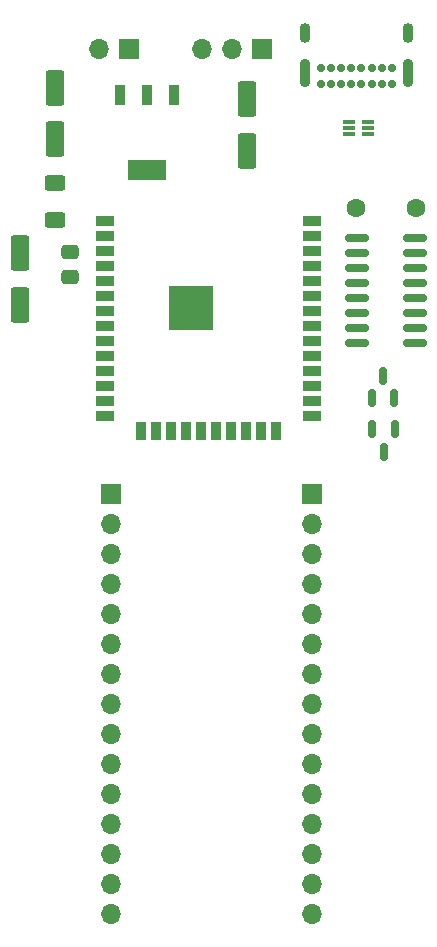
<source format=gts>
G04 #@! TF.GenerationSoftware,KiCad,Pcbnew,9.0.0-rc1-eb83b2429a~181~ubuntu24.04.1*
G04 #@! TF.CreationDate,2025-01-01T20:17:08+01:00*
G04 #@! TF.ProjectId,Spinne_Werkstatt,5370696e-6e65-45f5-9765-726b73746174,rev?*
G04 #@! TF.SameCoordinates,Original*
G04 #@! TF.FileFunction,Soldermask,Top*
G04 #@! TF.FilePolarity,Negative*
%FSLAX46Y46*%
G04 Gerber Fmt 4.6, Leading zero omitted, Abs format (unit mm)*
G04 Created by KiCad (PCBNEW 9.0.0-rc1-eb83b2429a~181~ubuntu24.04.1) date 2025-01-01 20:17:08*
%MOMM*%
%LPD*%
G01*
G04 APERTURE LIST*
G04 Aperture macros list*
%AMRoundRect*
0 Rectangle with rounded corners*
0 $1 Rounding radius*
0 $2 $3 $4 $5 $6 $7 $8 $9 X,Y pos of 4 corners*
0 Add a 4 corners polygon primitive as box body*
4,1,4,$2,$3,$4,$5,$6,$7,$8,$9,$2,$3,0*
0 Add four circle primitives for the rounded corners*
1,1,$1+$1,$2,$3*
1,1,$1+$1,$4,$5*
1,1,$1+$1,$6,$7*
1,1,$1+$1,$8,$9*
0 Add four rect primitives between the rounded corners*
20,1,$1+$1,$2,$3,$4,$5,0*
20,1,$1+$1,$4,$5,$6,$7,0*
20,1,$1+$1,$6,$7,$8,$9,0*
20,1,$1+$1,$8,$9,$2,$3,0*%
G04 Aperture macros list end*
%ADD10RoundRect,0.250000X0.550000X-1.250000X0.550000X1.250000X-0.550000X1.250000X-0.550000X-1.250000X0*%
%ADD11RoundRect,0.250000X-0.475000X0.337500X-0.475000X-0.337500X0.475000X-0.337500X0.475000X0.337500X0*%
%ADD12C,0.700000*%
%ADD13O,0.900000X2.400000*%
%ADD14O,0.900000X1.700000*%
%ADD15R,1.500000X0.900000*%
%ADD16R,0.900000X1.500000*%
%ADD17C,0.600000*%
%ADD18R,3.800000X3.800000*%
%ADD19R,0.990000X0.300000*%
%ADD20RoundRect,0.150000X-0.825000X-0.150000X0.825000X-0.150000X0.825000X0.150000X-0.825000X0.150000X0*%
%ADD21RoundRect,0.150000X-0.150000X0.587500X-0.150000X-0.587500X0.150000X-0.587500X0.150000X0.587500X0*%
%ADD22RoundRect,0.150000X0.150000X-0.587500X0.150000X0.587500X-0.150000X0.587500X-0.150000X-0.587500X0*%
%ADD23RoundRect,0.250000X-0.550000X1.250000X-0.550000X-1.250000X0.550000X-1.250000X0.550000X1.250000X0*%
%ADD24R,1.700000X1.700000*%
%ADD25O,1.700000X1.700000*%
%ADD26R,0.950000X1.750000*%
%ADD27R,3.200000X1.750000*%
%ADD28C,1.600000*%
%ADD29RoundRect,0.250000X-0.625000X0.400000X-0.625000X-0.400000X0.625000X-0.400000X0.625000X0.400000X0*%
G04 APERTURE END LIST*
D10*
X126250000Y-47450000D03*
X126250000Y-43050000D03*
D11*
X127500000Y-57000000D03*
X127500000Y-59075000D03*
D12*
X154725000Y-42775000D03*
X153875000Y-42775000D03*
X153025000Y-42775000D03*
X152175000Y-42775000D03*
X151325000Y-42775000D03*
X150475000Y-42775000D03*
X149625000Y-42775000D03*
X148775000Y-42775000D03*
X148775000Y-41425000D03*
X149625000Y-41425000D03*
X150475000Y-41425000D03*
X151325000Y-41425000D03*
X152175000Y-41425000D03*
X153025000Y-41425000D03*
X153875000Y-41425000D03*
X154725000Y-41425000D03*
D13*
X156075000Y-41795000D03*
D14*
X156075000Y-38415000D03*
D13*
X147425000Y-41795000D03*
D14*
X147425000Y-38415000D03*
D15*
X130500000Y-54340000D03*
X130500000Y-55610000D03*
X130500000Y-56880000D03*
X130500000Y-58150000D03*
X130500000Y-59420000D03*
X130500000Y-60690000D03*
X130500000Y-61960000D03*
X130500000Y-63230000D03*
X130500000Y-64500000D03*
X130500000Y-65770000D03*
X130500000Y-67040000D03*
X130500000Y-68310000D03*
X130500000Y-69580000D03*
X130500000Y-70850000D03*
D16*
X133535000Y-72100000D03*
X134805000Y-72100000D03*
X136075000Y-72100000D03*
X137345000Y-72100000D03*
X138615000Y-72100000D03*
X139885000Y-72100000D03*
X141155000Y-72100000D03*
X142425000Y-72100000D03*
X143695000Y-72100000D03*
X144965000Y-72100000D03*
D15*
X148000000Y-70850000D03*
X148000000Y-69580000D03*
X148000000Y-68310000D03*
X148000000Y-67040000D03*
X148000000Y-65770000D03*
X148000000Y-64500000D03*
X148000000Y-63230000D03*
X148000000Y-61960000D03*
X148000000Y-60690000D03*
X148000000Y-59420000D03*
X148000000Y-58150000D03*
X148000000Y-56880000D03*
X148000000Y-55610000D03*
X148000000Y-54340000D03*
D17*
X136350000Y-60980000D03*
X136350000Y-62380000D03*
X137050000Y-60280000D03*
X137050000Y-61680000D03*
X137050000Y-63080000D03*
X137750000Y-60980000D03*
D18*
X137750000Y-61680000D03*
D17*
X137750000Y-62380000D03*
X138450000Y-60280000D03*
X138450000Y-61680000D03*
X138450000Y-63080000D03*
X139150000Y-60980000D03*
X139150000Y-62380000D03*
D19*
X152750000Y-47000000D03*
X152750000Y-46500000D03*
X152750000Y-46000000D03*
X151140000Y-46000000D03*
X151140000Y-46500000D03*
X151140000Y-47000000D03*
D20*
X151775000Y-55805000D03*
X151775000Y-57075000D03*
X151775000Y-58345000D03*
X151775000Y-59615000D03*
X151775000Y-60885000D03*
X151775000Y-62155000D03*
X151775000Y-63425000D03*
X151775000Y-64695000D03*
X156725000Y-64695000D03*
X156725000Y-63425000D03*
X156725000Y-62155000D03*
X156725000Y-60885000D03*
X156725000Y-59615000D03*
X156725000Y-58345000D03*
X156725000Y-57075000D03*
X156725000Y-55805000D03*
D21*
X155000000Y-72000000D03*
X153100000Y-72000000D03*
X154050000Y-73875000D03*
D22*
X153050000Y-69375000D03*
X154950000Y-69375000D03*
X154000000Y-67500000D03*
D23*
X123250000Y-57100000D03*
X123250000Y-61500000D03*
D24*
X132525000Y-39750000D03*
D25*
X129985000Y-39750000D03*
D24*
X143750000Y-39750000D03*
D25*
X141210000Y-39750000D03*
X138670000Y-39750000D03*
D26*
X136300000Y-43700000D03*
X134000000Y-43700000D03*
X131700000Y-43700000D03*
D27*
X134000000Y-50000000D03*
D28*
X156750000Y-53250000D03*
X151750000Y-53250000D03*
D29*
X126250000Y-51150000D03*
X126250000Y-54250000D03*
D23*
X142500000Y-44000000D03*
X142500000Y-48400000D03*
D24*
X148000000Y-77500000D03*
D25*
X148000000Y-80040000D03*
X148000000Y-82580000D03*
X148000000Y-85120000D03*
X148000000Y-87660000D03*
X148000000Y-90200000D03*
X148000000Y-92740000D03*
X148000000Y-95280000D03*
X148000000Y-97820000D03*
X148000000Y-100360000D03*
X148000000Y-102900000D03*
X148000000Y-105440000D03*
X148000000Y-107980000D03*
X148000000Y-110520000D03*
X148000000Y-113060000D03*
D24*
X131000000Y-77500000D03*
D25*
X131000000Y-80040000D03*
X131000000Y-82580000D03*
X131000000Y-85120000D03*
X131000000Y-87660000D03*
X131000000Y-90200000D03*
X131000000Y-92740000D03*
X131000000Y-95280000D03*
X131000000Y-97820000D03*
X131000000Y-100360000D03*
X131000000Y-102900000D03*
X131000000Y-105440000D03*
X131000000Y-107980000D03*
X131000000Y-110520000D03*
X131000000Y-113060000D03*
M02*

</source>
